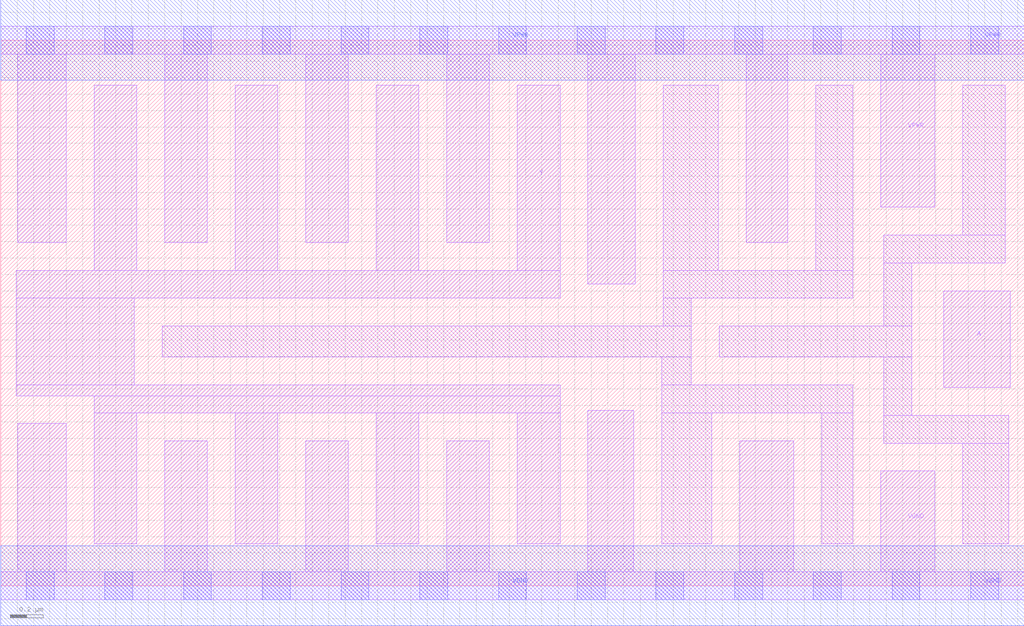
<source format=lef>
# Copyright 2020 The SkyWater PDK Authors
#
# Licensed under the Apache License, Version 2.0 (the "License");
# you may not use this file except in compliance with the License.
# You may obtain a copy of the License at
#
#     https://www.apache.org/licenses/LICENSE-2.0
#
# Unless required by applicable law or agreed to in writing, software
# distributed under the License is distributed on an "AS IS" BASIS,
# WITHOUT WARRANTIES OR CONDITIONS OF ANY KIND, either express or implied.
# See the License for the specific language governing permissions and
# limitations under the License.
#
# SPDX-License-Identifier: Apache-2.0

VERSION 5.7 ;
  NAMESCASESENSITIVE ON ;
  NOWIREEXTENSIONATPIN ON ;
  DIVIDERCHAR "/" ;
  BUSBITCHARS "[]" ;
UNITS
  DATABASE MICRONS 200 ;
END UNITS
MACRO sky130_fd_sc_lp__bufinv_8
  CLASS CORE ;
  SOURCE USER ;
  FOREIGN sky130_fd_sc_lp__bufinv_8 ;
  ORIGIN  0.000000  0.000000 ;
  SIZE  6.240000 BY  3.330000 ;
  SYMMETRY X Y R90 ;
  SITE unit ;
  PIN A
    ANTENNAGATEAREA  0.315000 ;
    DIRECTION INPUT ;
    USE SIGNAL ;
    PORT
      LAYER li1 ;
        RECT 5.750000 1.210000 6.155000 1.800000 ;
    END
  END A
  PIN Y
    ANTENNADIFFAREA  2.352000 ;
    DIRECTION OUTPUT ;
    USE SIGNAL ;
    PORT
      LAYER li1 ;
        RECT 0.095000 1.160000 3.410000 1.225000 ;
        RECT 0.095000 1.225000 0.815000 1.755000 ;
        RECT 0.095000 1.755000 3.410000 1.925000 ;
        RECT 0.570000 0.255000 0.830000 1.055000 ;
        RECT 0.570000 1.055000 3.410000 1.160000 ;
        RECT 0.570000 1.925000 0.830000 3.055000 ;
        RECT 1.430000 0.255000 1.690000 1.055000 ;
        RECT 1.430000 1.925000 1.690000 3.055000 ;
        RECT 2.290000 0.255000 2.550000 1.055000 ;
        RECT 2.290000 1.925000 2.550000 3.055000 ;
        RECT 3.150000 0.255000 3.410000 1.055000 ;
        RECT 3.150000 1.925000 3.410000 3.055000 ;
    END
  END Y
  PIN VGND
    DIRECTION INOUT ;
    USE GROUND ;
    PORT
      LAYER li1 ;
        RECT 0.000000 -0.085000 6.240000 0.085000 ;
        RECT 0.105000  0.085000 0.400000 0.990000 ;
        RECT 1.000000  0.085000 1.260000 0.885000 ;
        RECT 1.860000  0.085000 2.120000 0.885000 ;
        RECT 2.720000  0.085000 2.980000 0.885000 ;
        RECT 3.580000  0.085000 3.860000 1.070000 ;
        RECT 4.505000  0.085000 4.835000 0.885000 ;
        RECT 5.365000  0.085000 5.695000 0.700000 ;
      LAYER mcon ;
        RECT 0.155000 -0.085000 0.325000 0.085000 ;
        RECT 0.635000 -0.085000 0.805000 0.085000 ;
        RECT 1.115000 -0.085000 1.285000 0.085000 ;
        RECT 1.595000 -0.085000 1.765000 0.085000 ;
        RECT 2.075000 -0.085000 2.245000 0.085000 ;
        RECT 2.555000 -0.085000 2.725000 0.085000 ;
        RECT 3.035000 -0.085000 3.205000 0.085000 ;
        RECT 3.515000 -0.085000 3.685000 0.085000 ;
        RECT 3.995000 -0.085000 4.165000 0.085000 ;
        RECT 4.475000 -0.085000 4.645000 0.085000 ;
        RECT 4.955000 -0.085000 5.125000 0.085000 ;
        RECT 5.435000 -0.085000 5.605000 0.085000 ;
        RECT 5.915000 -0.085000 6.085000 0.085000 ;
      LAYER met1 ;
        RECT 0.000000 -0.245000 6.240000 0.245000 ;
    END
  END VGND
  PIN VPWR
    DIRECTION INOUT ;
    USE POWER ;
    PORT
      LAYER li1 ;
        RECT 0.000000 3.245000 6.240000 3.415000 ;
        RECT 0.105000 2.095000 0.400000 3.245000 ;
        RECT 1.000000 2.095000 1.260000 3.245000 ;
        RECT 1.860000 2.095000 2.120000 3.245000 ;
        RECT 2.720000 2.095000 2.980000 3.245000 ;
        RECT 3.580000 1.840000 3.870000 3.245000 ;
        RECT 4.545000 2.095000 4.800000 3.245000 ;
        RECT 5.365000 2.310000 5.695000 3.245000 ;
      LAYER mcon ;
        RECT 0.155000 3.245000 0.325000 3.415000 ;
        RECT 0.635000 3.245000 0.805000 3.415000 ;
        RECT 1.115000 3.245000 1.285000 3.415000 ;
        RECT 1.595000 3.245000 1.765000 3.415000 ;
        RECT 2.075000 3.245000 2.245000 3.415000 ;
        RECT 2.555000 3.245000 2.725000 3.415000 ;
        RECT 3.035000 3.245000 3.205000 3.415000 ;
        RECT 3.515000 3.245000 3.685000 3.415000 ;
        RECT 3.995000 3.245000 4.165000 3.415000 ;
        RECT 4.475000 3.245000 4.645000 3.415000 ;
        RECT 4.955000 3.245000 5.125000 3.415000 ;
        RECT 5.435000 3.245000 5.605000 3.415000 ;
        RECT 5.915000 3.245000 6.085000 3.415000 ;
      LAYER met1 ;
        RECT 0.000000 3.085000 6.240000 3.575000 ;
    END
  END VPWR
  OBS
    LAYER li1 ;
      RECT 0.985000 1.395000 4.210000 1.585000 ;
      RECT 4.030000 0.255000 4.335000 1.055000 ;
      RECT 4.030000 1.055000 5.195000 1.225000 ;
      RECT 4.030000 1.225000 4.210000 1.395000 ;
      RECT 4.040000 1.585000 4.210000 1.755000 ;
      RECT 4.040000 1.755000 5.195000 1.925000 ;
      RECT 4.040000 1.925000 4.375000 3.055000 ;
      RECT 4.380000 1.395000 5.555000 1.585000 ;
      RECT 4.970000 1.925000 5.195000 3.055000 ;
      RECT 5.005000 0.255000 5.195000 1.055000 ;
      RECT 5.385000 0.870000 6.145000 1.040000 ;
      RECT 5.385000 1.040000 5.555000 1.395000 ;
      RECT 5.385000 1.585000 5.555000 1.970000 ;
      RECT 5.385000 1.970000 6.125000 2.140000 ;
      RECT 5.865000 0.255000 6.145000 0.870000 ;
      RECT 5.865000 2.140000 6.125000 3.055000 ;
  END
END sky130_fd_sc_lp__bufinv_8

</source>
